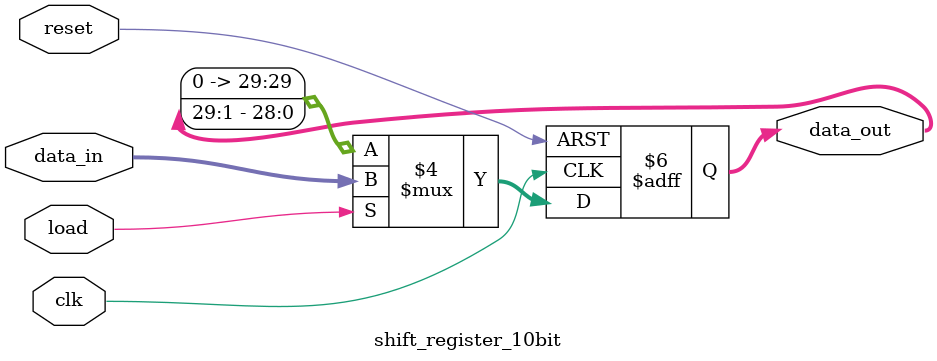
<source format=v>
module shift_register_10bit(
    input clk,            // Clock input
    input reset,          // Reset input
    input [29:0] data_in,  // 30-bit input data
    input load,           // Load input to load data
    output reg [29:0] data_out // 10-bit shifted output data
);

    // On rising edge of clock or high reset
    always @(posedge clk or posedge reset) begin
        if (reset) begin
            // Reset the shift register to all zeros
            data_out <= 30'b0;
        end
        else if (load) begin
            // Load the input data into the register
            data_out <= data_in;
        end
        else begin
            // Shift right on each clock cycle
            data_out <= data_out >> 1;
        end
    end

endmodule
</source>
